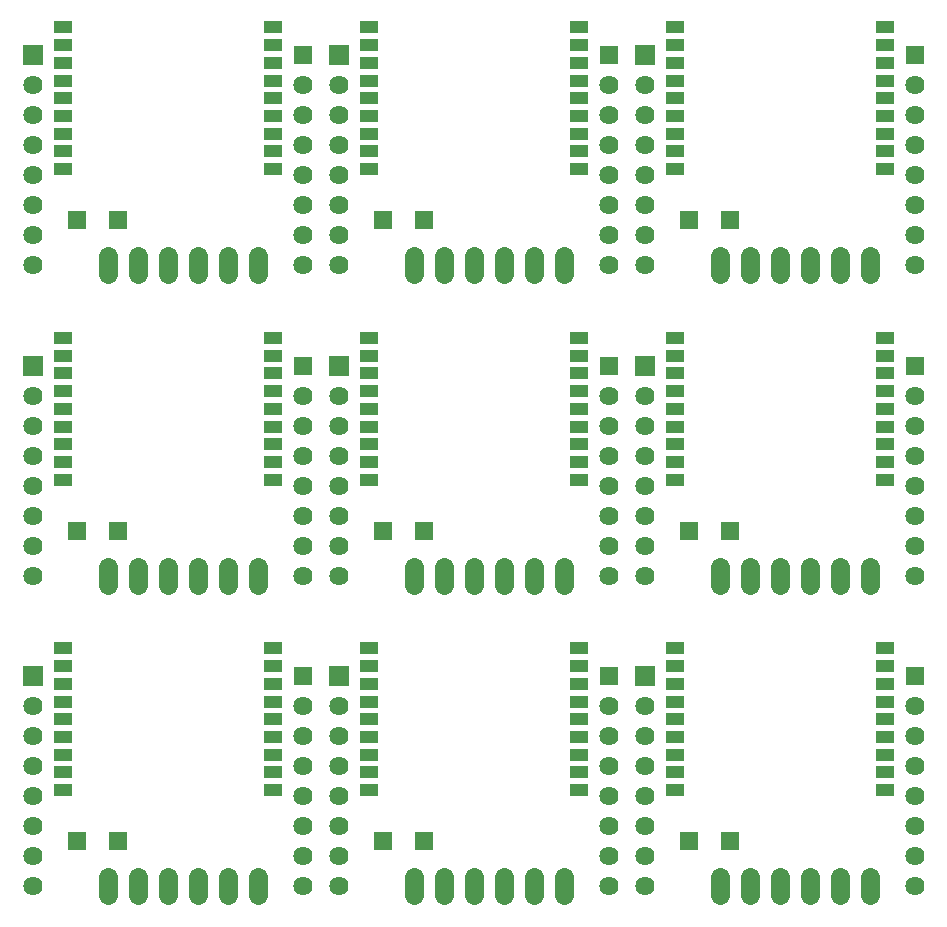
<source format=gbr>
G04 EAGLE Gerber X2 export*
%TF.Part,Single*%
%TF.FileFunction,Soldermask,Top,1*%
%TF.FilePolarity,Negative*%
%TF.GenerationSoftware,Autodesk,EAGLE,8.7.1*%
%TF.CreationDate,2018-09-06T09:55:23Z*%
G75*
%MOMM*%
%FSLAX34Y34*%
%LPD*%
%AMOC8*
5,1,8,0,0,1.08239X$1,22.5*%
G01*
%ADD10R,1.586600X1.001600*%
%ADD11R,1.778000X1.778000*%
%ADD12C,1.625600*%
%ADD13R,1.625600X1.625600*%
%ADD14R,1.601600X1.601600*%
%ADD15C,1.625600*%


D10*
X40615Y242040D03*
X40615Y227040D03*
X40615Y212040D03*
X40615Y197040D03*
X40615Y182040D03*
X40615Y167040D03*
X40615Y152040D03*
X40615Y137040D03*
X40615Y122040D03*
X218465Y122040D03*
X218465Y137040D03*
X218465Y152040D03*
X218465Y167040D03*
X218465Y182040D03*
X218465Y197040D03*
X218465Y212040D03*
X218465Y227040D03*
X218465Y242040D03*
D11*
X15240Y218440D03*
D12*
X15240Y193040D03*
X15240Y167640D03*
X15240Y142240D03*
X15240Y116840D03*
X15240Y91440D03*
X15240Y66040D03*
X15240Y40640D03*
X243840Y40640D03*
X243840Y66040D03*
X243840Y91440D03*
X243840Y116840D03*
X243840Y142240D03*
X243840Y167640D03*
X243840Y193040D03*
D13*
X243840Y218440D03*
D14*
X52350Y78740D03*
X87350Y78740D03*
D15*
X78740Y48260D02*
X78740Y33020D01*
X104140Y33020D02*
X104140Y48260D01*
X129540Y48260D02*
X129540Y33020D01*
X154940Y33020D02*
X154940Y48260D01*
X180340Y48260D02*
X180340Y33020D01*
X205740Y33020D02*
X205740Y48260D01*
D10*
X299695Y242040D03*
X299695Y227040D03*
X299695Y212040D03*
X299695Y197040D03*
X299695Y182040D03*
X299695Y167040D03*
X299695Y152040D03*
X299695Y137040D03*
X299695Y122040D03*
X477545Y122040D03*
X477545Y137040D03*
X477545Y152040D03*
X477545Y167040D03*
X477545Y182040D03*
X477545Y197040D03*
X477545Y212040D03*
X477545Y227040D03*
X477545Y242040D03*
D11*
X274320Y218440D03*
D12*
X274320Y193040D03*
X274320Y167640D03*
X274320Y142240D03*
X274320Y116840D03*
X274320Y91440D03*
X274320Y66040D03*
X274320Y40640D03*
X502920Y40640D03*
X502920Y66040D03*
X502920Y91440D03*
X502920Y116840D03*
X502920Y142240D03*
X502920Y167640D03*
X502920Y193040D03*
D13*
X502920Y218440D03*
D14*
X311430Y78740D03*
X346430Y78740D03*
D15*
X337820Y48260D02*
X337820Y33020D01*
X363220Y33020D02*
X363220Y48260D01*
X388620Y48260D02*
X388620Y33020D01*
X414020Y33020D02*
X414020Y48260D01*
X439420Y48260D02*
X439420Y33020D01*
X464820Y33020D02*
X464820Y48260D01*
D10*
X558775Y242040D03*
X558775Y227040D03*
X558775Y212040D03*
X558775Y197040D03*
X558775Y182040D03*
X558775Y167040D03*
X558775Y152040D03*
X558775Y137040D03*
X558775Y122040D03*
X736625Y122040D03*
X736625Y137040D03*
X736625Y152040D03*
X736625Y167040D03*
X736625Y182040D03*
X736625Y197040D03*
X736625Y212040D03*
X736625Y227040D03*
X736625Y242040D03*
D11*
X533400Y218440D03*
D12*
X533400Y193040D03*
X533400Y167640D03*
X533400Y142240D03*
X533400Y116840D03*
X533400Y91440D03*
X533400Y66040D03*
X533400Y40640D03*
X762000Y40640D03*
X762000Y66040D03*
X762000Y91440D03*
X762000Y116840D03*
X762000Y142240D03*
X762000Y167640D03*
X762000Y193040D03*
D13*
X762000Y218440D03*
D14*
X570510Y78740D03*
X605510Y78740D03*
D15*
X596900Y48260D02*
X596900Y33020D01*
X622300Y33020D02*
X622300Y48260D01*
X647700Y48260D02*
X647700Y33020D01*
X673100Y33020D02*
X673100Y48260D01*
X698500Y48260D02*
X698500Y33020D01*
X723900Y33020D02*
X723900Y48260D01*
D10*
X40615Y504930D03*
X40615Y489930D03*
X40615Y474930D03*
X40615Y459930D03*
X40615Y444930D03*
X40615Y429930D03*
X40615Y414930D03*
X40615Y399930D03*
X40615Y384930D03*
X218465Y384930D03*
X218465Y399930D03*
X218465Y414930D03*
X218465Y429930D03*
X218465Y444930D03*
X218465Y459930D03*
X218465Y474930D03*
X218465Y489930D03*
X218465Y504930D03*
D11*
X15240Y481330D03*
D12*
X15240Y455930D03*
X15240Y430530D03*
X15240Y405130D03*
X15240Y379730D03*
X15240Y354330D03*
X15240Y328930D03*
X15240Y303530D03*
X243840Y303530D03*
X243840Y328930D03*
X243840Y354330D03*
X243840Y379730D03*
X243840Y405130D03*
X243840Y430530D03*
X243840Y455930D03*
D13*
X243840Y481330D03*
D14*
X52350Y341630D03*
X87350Y341630D03*
D15*
X78740Y311150D02*
X78740Y295910D01*
X104140Y295910D02*
X104140Y311150D01*
X129540Y311150D02*
X129540Y295910D01*
X154940Y295910D02*
X154940Y311150D01*
X180340Y311150D02*
X180340Y295910D01*
X205740Y295910D02*
X205740Y311150D01*
D10*
X299695Y504930D03*
X299695Y489930D03*
X299695Y474930D03*
X299695Y459930D03*
X299695Y444930D03*
X299695Y429930D03*
X299695Y414930D03*
X299695Y399930D03*
X299695Y384930D03*
X477545Y384930D03*
X477545Y399930D03*
X477545Y414930D03*
X477545Y429930D03*
X477545Y444930D03*
X477545Y459930D03*
X477545Y474930D03*
X477545Y489930D03*
X477545Y504930D03*
D11*
X274320Y481330D03*
D12*
X274320Y455930D03*
X274320Y430530D03*
X274320Y405130D03*
X274320Y379730D03*
X274320Y354330D03*
X274320Y328930D03*
X274320Y303530D03*
X502920Y303530D03*
X502920Y328930D03*
X502920Y354330D03*
X502920Y379730D03*
X502920Y405130D03*
X502920Y430530D03*
X502920Y455930D03*
D13*
X502920Y481330D03*
D14*
X311430Y341630D03*
X346430Y341630D03*
D15*
X337820Y311150D02*
X337820Y295910D01*
X363220Y295910D02*
X363220Y311150D01*
X388620Y311150D02*
X388620Y295910D01*
X414020Y295910D02*
X414020Y311150D01*
X439420Y311150D02*
X439420Y295910D01*
X464820Y295910D02*
X464820Y311150D01*
D10*
X558775Y504930D03*
X558775Y489930D03*
X558775Y474930D03*
X558775Y459930D03*
X558775Y444930D03*
X558775Y429930D03*
X558775Y414930D03*
X558775Y399930D03*
X558775Y384930D03*
X736625Y384930D03*
X736625Y399930D03*
X736625Y414930D03*
X736625Y429930D03*
X736625Y444930D03*
X736625Y459930D03*
X736625Y474930D03*
X736625Y489930D03*
X736625Y504930D03*
D11*
X533400Y481330D03*
D12*
X533400Y455930D03*
X533400Y430530D03*
X533400Y405130D03*
X533400Y379730D03*
X533400Y354330D03*
X533400Y328930D03*
X533400Y303530D03*
X762000Y303530D03*
X762000Y328930D03*
X762000Y354330D03*
X762000Y379730D03*
X762000Y405130D03*
X762000Y430530D03*
X762000Y455930D03*
D13*
X762000Y481330D03*
D14*
X570510Y341630D03*
X605510Y341630D03*
D15*
X596900Y311150D02*
X596900Y295910D01*
X622300Y295910D02*
X622300Y311150D01*
X647700Y311150D02*
X647700Y295910D01*
X673100Y295910D02*
X673100Y311150D01*
X698500Y311150D02*
X698500Y295910D01*
X723900Y295910D02*
X723900Y311150D01*
D10*
X40615Y767820D03*
X40615Y752820D03*
X40615Y737820D03*
X40615Y722820D03*
X40615Y707820D03*
X40615Y692820D03*
X40615Y677820D03*
X40615Y662820D03*
X40615Y647820D03*
X218465Y647820D03*
X218465Y662820D03*
X218465Y677820D03*
X218465Y692820D03*
X218465Y707820D03*
X218465Y722820D03*
X218465Y737820D03*
X218465Y752820D03*
X218465Y767820D03*
D11*
X15240Y744220D03*
D12*
X15240Y718820D03*
X15240Y693420D03*
X15240Y668020D03*
X15240Y642620D03*
X15240Y617220D03*
X15240Y591820D03*
X15240Y566420D03*
X243840Y566420D03*
X243840Y591820D03*
X243840Y617220D03*
X243840Y642620D03*
X243840Y668020D03*
X243840Y693420D03*
X243840Y718820D03*
D13*
X243840Y744220D03*
D14*
X52350Y604520D03*
X87350Y604520D03*
D15*
X78740Y574040D02*
X78740Y558800D01*
X104140Y558800D02*
X104140Y574040D01*
X129540Y574040D02*
X129540Y558800D01*
X154940Y558800D02*
X154940Y574040D01*
X180340Y574040D02*
X180340Y558800D01*
X205740Y558800D02*
X205740Y574040D01*
D10*
X299695Y767820D03*
X299695Y752820D03*
X299695Y737820D03*
X299695Y722820D03*
X299695Y707820D03*
X299695Y692820D03*
X299695Y677820D03*
X299695Y662820D03*
X299695Y647820D03*
X477545Y647820D03*
X477545Y662820D03*
X477545Y677820D03*
X477545Y692820D03*
X477545Y707820D03*
X477545Y722820D03*
X477545Y737820D03*
X477545Y752820D03*
X477545Y767820D03*
D11*
X274320Y744220D03*
D12*
X274320Y718820D03*
X274320Y693420D03*
X274320Y668020D03*
X274320Y642620D03*
X274320Y617220D03*
X274320Y591820D03*
X274320Y566420D03*
X502920Y566420D03*
X502920Y591820D03*
X502920Y617220D03*
X502920Y642620D03*
X502920Y668020D03*
X502920Y693420D03*
X502920Y718820D03*
D13*
X502920Y744220D03*
D14*
X311430Y604520D03*
X346430Y604520D03*
D15*
X337820Y574040D02*
X337820Y558800D01*
X363220Y558800D02*
X363220Y574040D01*
X388620Y574040D02*
X388620Y558800D01*
X414020Y558800D02*
X414020Y574040D01*
X439420Y574040D02*
X439420Y558800D01*
X464820Y558800D02*
X464820Y574040D01*
D10*
X558775Y767820D03*
X558775Y752820D03*
X558775Y737820D03*
X558775Y722820D03*
X558775Y707820D03*
X558775Y692820D03*
X558775Y677820D03*
X558775Y662820D03*
X558775Y647820D03*
X736625Y647820D03*
X736625Y662820D03*
X736625Y677820D03*
X736625Y692820D03*
X736625Y707820D03*
X736625Y722820D03*
X736625Y737820D03*
X736625Y752820D03*
X736625Y767820D03*
D11*
X533400Y744220D03*
D12*
X533400Y718820D03*
X533400Y693420D03*
X533400Y668020D03*
X533400Y642620D03*
X533400Y617220D03*
X533400Y591820D03*
X533400Y566420D03*
X762000Y566420D03*
X762000Y591820D03*
X762000Y617220D03*
X762000Y642620D03*
X762000Y668020D03*
X762000Y693420D03*
X762000Y718820D03*
D13*
X762000Y744220D03*
D14*
X570510Y604520D03*
X605510Y604520D03*
D15*
X596900Y574040D02*
X596900Y558800D01*
X622300Y558800D02*
X622300Y574040D01*
X647700Y574040D02*
X647700Y558800D01*
X673100Y558800D02*
X673100Y574040D01*
X698500Y574040D02*
X698500Y558800D01*
X723900Y558800D02*
X723900Y574040D01*
M02*

</source>
